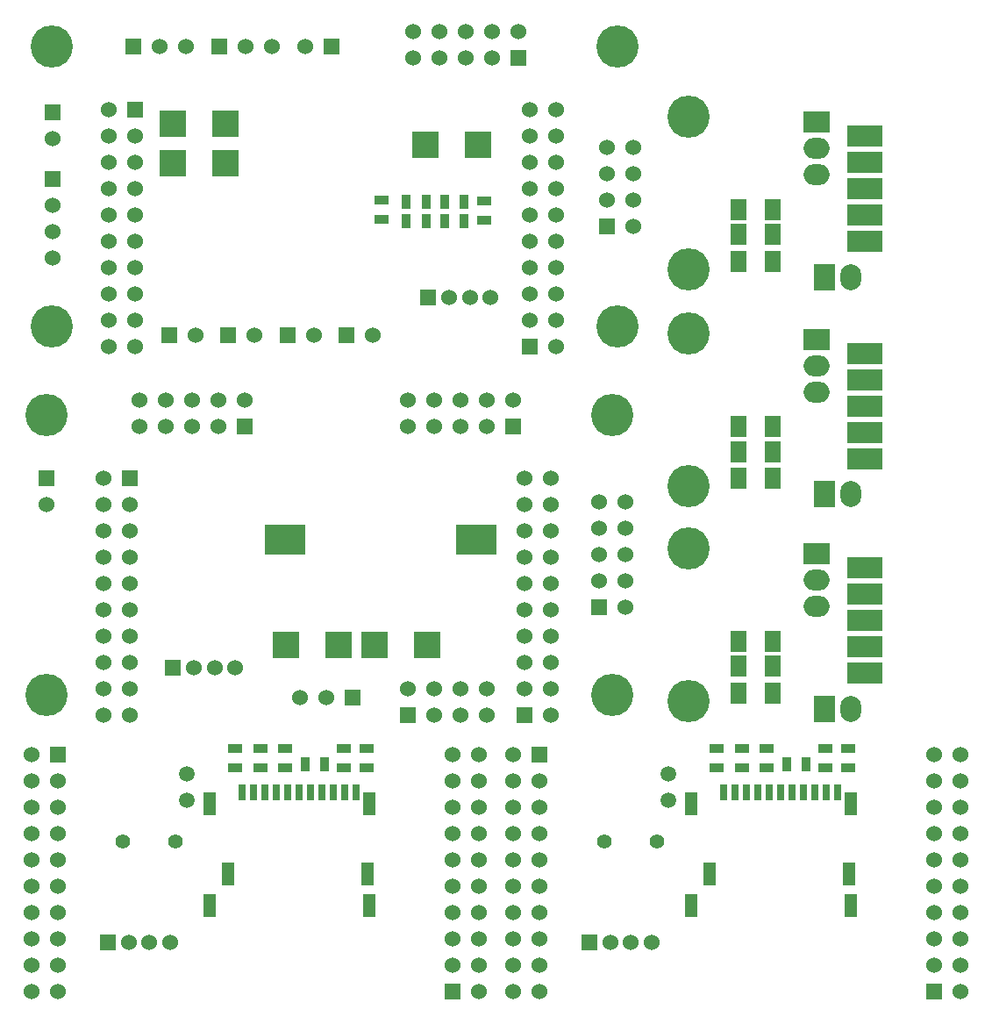
<source format=gbs>
G04 (created by PCBNEW (2013-may-18)-stable) date Вс 24 янв 2016 11:36:20*
%MOIN*%
G04 Gerber Fmt 3.4, Leading zero omitted, Abs format*
%FSLAX34Y34*%
G01*
G70*
G90*
G04 APERTURE LIST*
%ADD10C,0.00590551*%
%ADD11R,0.06X0.08*%
%ADD12R,0.0984252X0.0787402*%
%ADD13O,0.0984252X0.0787402*%
%ADD14R,0.0787402X0.0984252*%
%ADD15O,0.0787402X0.0984252*%
%ADD16C,0.16*%
%ADD17R,0.137795X0.0787402*%
%ADD18R,0.035X0.055*%
%ADD19R,0.055X0.035*%
%ADD20R,0.06X0.06*%
%ADD21C,0.06*%
%ADD22R,0.1004X0.0984*%
%ADD23R,0.15748X0.11811*%
%ADD24C,0.056*%
%ADD25C,0.0590551*%
%ADD26R,0.026X0.062*%
%ADD27R,0.046X0.086*%
G04 APERTURE END LIST*
G54D10*
G54D11*
X123722Y-48955D03*
X122422Y-48955D03*
X123722Y-49900D03*
X122422Y-49900D03*
X123722Y-50923D03*
X122422Y-50923D03*
G54D12*
X125356Y-45632D03*
G54D13*
X125356Y-46632D03*
X125356Y-47632D03*
G54D14*
X125682Y-51514D03*
G54D15*
X126682Y-51514D03*
G54D16*
X120513Y-51219D03*
X120513Y-45412D03*
G54D17*
X127215Y-48175D03*
X127215Y-49175D03*
X127215Y-50175D03*
X127215Y-47175D03*
X127215Y-46175D03*
X127215Y-46175D03*
X127215Y-47175D03*
X127215Y-48175D03*
X127215Y-49175D03*
X127215Y-50175D03*
X127215Y-40025D03*
X127215Y-41025D03*
X127215Y-42025D03*
X127215Y-39025D03*
X127215Y-38025D03*
X127215Y-38025D03*
X127215Y-39025D03*
X127215Y-40025D03*
X127215Y-41025D03*
X127215Y-42025D03*
G54D16*
X120513Y-37262D03*
X120513Y-43069D03*
G54D14*
X125682Y-43364D03*
G54D15*
X126682Y-43364D03*
G54D12*
X125356Y-37482D03*
G54D13*
X125356Y-38482D03*
X125356Y-39482D03*
G54D11*
X123722Y-42773D03*
X122422Y-42773D03*
X123722Y-41750D03*
X122422Y-41750D03*
X123722Y-40805D03*
X122422Y-40805D03*
G54D18*
X111236Y-32253D03*
X111986Y-32253D03*
X110529Y-33001D03*
X109779Y-33001D03*
X110529Y-32253D03*
X109779Y-32253D03*
X111236Y-33001D03*
X111986Y-33001D03*
G54D19*
X108835Y-32943D03*
X108835Y-32193D03*
X112733Y-32213D03*
X112733Y-32963D03*
G54D20*
X96350Y-31400D03*
G54D21*
X96350Y-32400D03*
X96350Y-33400D03*
X96350Y-34400D03*
G54D20*
X99400Y-26350D03*
G54D21*
X100400Y-26350D03*
X101400Y-26350D03*
G54D20*
X100770Y-37322D03*
G54D21*
X101770Y-37322D03*
G54D20*
X106950Y-26350D03*
G54D21*
X105950Y-26350D03*
G54D20*
X105259Y-37322D03*
G54D21*
X106259Y-37322D03*
G54D20*
X107503Y-37322D03*
G54D21*
X108503Y-37322D03*
G54D22*
X110506Y-30100D03*
X112494Y-30100D03*
X102894Y-29300D03*
X100906Y-29300D03*
G54D20*
X99487Y-28767D03*
G54D21*
X98487Y-28767D03*
X99487Y-29767D03*
X98487Y-29767D03*
X99487Y-30767D03*
X98487Y-30767D03*
X99487Y-31767D03*
X98487Y-31767D03*
X99487Y-32767D03*
X98487Y-32767D03*
X99487Y-33767D03*
X98487Y-33767D03*
X99487Y-34767D03*
X98487Y-34767D03*
X99487Y-35767D03*
X98487Y-35767D03*
X99487Y-36767D03*
X98487Y-36767D03*
X99487Y-37767D03*
X98487Y-37767D03*
G54D20*
X114487Y-37767D03*
G54D21*
X115487Y-37767D03*
X114487Y-36767D03*
X115487Y-36767D03*
X114487Y-35767D03*
X115487Y-35767D03*
X114487Y-34767D03*
X115487Y-34767D03*
X114487Y-33767D03*
X115487Y-33767D03*
X114487Y-32767D03*
X115487Y-32767D03*
X114487Y-31767D03*
X115487Y-31767D03*
X114487Y-30767D03*
X115487Y-30767D03*
X114487Y-29767D03*
X115487Y-29767D03*
X114487Y-28767D03*
X115487Y-28767D03*
G54D20*
X102675Y-26350D03*
G54D21*
X103675Y-26350D03*
X104675Y-26350D03*
G54D20*
X103020Y-37322D03*
G54D21*
X104020Y-37322D03*
G54D20*
X110618Y-35900D03*
G54D21*
X111406Y-35900D03*
X112193Y-35900D03*
X112981Y-35900D03*
G54D20*
X117400Y-33200D03*
G54D21*
X118400Y-33200D03*
X117400Y-32200D03*
X118400Y-32200D03*
X117400Y-31200D03*
X118400Y-31200D03*
X117400Y-30200D03*
X118400Y-30200D03*
G54D16*
X117800Y-26370D03*
X117800Y-37000D03*
X96300Y-37000D03*
X96300Y-26370D03*
G54D20*
X96350Y-28850D03*
G54D21*
X96350Y-29850D03*
G54D22*
X102894Y-30800D03*
X100906Y-30800D03*
G54D20*
X114050Y-26800D03*
G54D21*
X114050Y-25800D03*
X113050Y-26800D03*
X113050Y-25800D03*
X112050Y-26800D03*
X112050Y-25800D03*
X111050Y-26800D03*
X111050Y-25800D03*
X110050Y-26800D03*
X110050Y-25800D03*
G54D20*
X114287Y-51767D03*
G54D21*
X115287Y-51767D03*
X114287Y-50767D03*
X115287Y-50767D03*
X114287Y-49767D03*
X115287Y-49767D03*
X114287Y-48767D03*
X115287Y-48767D03*
X114287Y-47767D03*
X115287Y-47767D03*
X114287Y-46767D03*
X115287Y-46767D03*
X114287Y-45767D03*
X115287Y-45767D03*
X114287Y-44767D03*
X115287Y-44767D03*
X114287Y-43767D03*
X115287Y-43767D03*
X114287Y-42767D03*
X115287Y-42767D03*
G54D20*
X99287Y-42767D03*
G54D21*
X98287Y-42767D03*
X99287Y-43767D03*
X98287Y-43767D03*
X99287Y-44767D03*
X98287Y-44767D03*
X99287Y-45767D03*
X98287Y-45767D03*
X99287Y-46767D03*
X98287Y-46767D03*
X99287Y-47767D03*
X98287Y-47767D03*
X99287Y-48767D03*
X98287Y-48767D03*
X99287Y-49767D03*
X98287Y-49767D03*
X99287Y-50767D03*
X98287Y-50767D03*
X99287Y-51767D03*
X98287Y-51767D03*
G54D20*
X109850Y-51750D03*
G54D21*
X109850Y-50750D03*
X110850Y-51750D03*
X110850Y-50750D03*
X111850Y-51750D03*
X111850Y-50750D03*
X112850Y-51750D03*
X112850Y-50750D03*
G54D20*
X107750Y-51100D03*
G54D21*
X106750Y-51100D03*
X105750Y-51100D03*
G54D20*
X96100Y-42775D03*
G54D21*
X96100Y-43775D03*
G54D23*
X105159Y-45100D03*
X112443Y-45100D03*
G54D22*
X107194Y-49100D03*
X105206Y-49100D03*
X110569Y-49100D03*
X108581Y-49100D03*
G54D20*
X100918Y-49950D03*
G54D21*
X101706Y-49950D03*
X102493Y-49950D03*
X103281Y-49950D03*
G54D20*
X103650Y-40800D03*
G54D21*
X103650Y-39800D03*
X102650Y-40800D03*
X102650Y-39800D03*
X101650Y-40800D03*
X101650Y-39800D03*
X100650Y-40800D03*
X100650Y-39800D03*
X99650Y-40800D03*
X99650Y-39800D03*
G54D20*
X113850Y-40800D03*
G54D21*
X113850Y-39800D03*
X112850Y-40800D03*
X112850Y-39800D03*
X111850Y-40800D03*
X111850Y-39800D03*
X110850Y-40800D03*
X110850Y-39800D03*
X109850Y-40800D03*
X109850Y-39800D03*
G54D20*
X117100Y-47650D03*
G54D21*
X118100Y-47650D03*
X117100Y-46650D03*
X118100Y-46650D03*
X117100Y-45650D03*
X118100Y-45650D03*
X117100Y-44650D03*
X118100Y-44650D03*
X117100Y-43650D03*
X118100Y-43650D03*
G54D16*
X96100Y-51000D03*
X96100Y-40370D03*
X117600Y-40370D03*
X117600Y-51000D03*
G54D19*
X105171Y-53772D03*
X105171Y-53022D03*
X107415Y-53772D03*
X107415Y-53022D03*
X108281Y-53772D03*
X108281Y-53022D03*
X103281Y-53772D03*
X103281Y-53022D03*
X104226Y-53772D03*
X104226Y-53022D03*
G54D18*
X106687Y-53633D03*
X105937Y-53633D03*
G54D20*
X98438Y-60405D03*
G54D21*
X99226Y-60405D03*
X100013Y-60405D03*
X100801Y-60405D03*
G54D24*
X99013Y-56547D03*
X101013Y-56547D03*
G54D20*
X96537Y-53267D03*
G54D21*
X95537Y-53267D03*
X96537Y-54267D03*
X95537Y-54267D03*
X96537Y-55267D03*
X95537Y-55267D03*
X96537Y-56267D03*
X95537Y-56267D03*
X96537Y-57267D03*
X95537Y-57267D03*
X96537Y-58267D03*
X95537Y-58267D03*
X96537Y-59267D03*
X95537Y-59267D03*
X96537Y-60267D03*
X95537Y-60267D03*
X96537Y-61267D03*
X95537Y-61267D03*
X96537Y-62267D03*
X95537Y-62267D03*
G54D20*
X111537Y-62267D03*
G54D21*
X112537Y-62267D03*
X111537Y-61267D03*
X112537Y-61267D03*
X111537Y-60267D03*
X112537Y-60267D03*
X111537Y-59267D03*
X112537Y-59267D03*
X111537Y-58267D03*
X112537Y-58267D03*
X111537Y-57267D03*
X112537Y-57267D03*
X111537Y-56267D03*
X112537Y-56267D03*
X111537Y-55267D03*
X112537Y-55267D03*
X111537Y-54267D03*
X112537Y-54267D03*
X111537Y-53267D03*
X112537Y-53267D03*
G54D25*
X101431Y-54000D03*
X101431Y-55000D03*
G54D26*
X103540Y-54700D03*
X104410Y-54700D03*
X104840Y-54700D03*
X105270Y-54700D03*
X105710Y-54700D03*
X106140Y-54700D03*
X106570Y-54700D03*
X107010Y-54700D03*
X107440Y-54700D03*
X103984Y-54700D03*
G54D27*
X102990Y-57800D03*
X108290Y-57800D03*
G54D26*
X107870Y-54700D03*
G54D27*
X108360Y-58991D03*
X102317Y-58991D03*
X108360Y-55133D03*
X102317Y-55133D03*
G54D19*
X123471Y-53772D03*
X123471Y-53022D03*
X125715Y-53772D03*
X125715Y-53022D03*
X126581Y-53772D03*
X126581Y-53022D03*
X121581Y-53772D03*
X121581Y-53022D03*
X122526Y-53772D03*
X122526Y-53022D03*
G54D18*
X124987Y-53633D03*
X124237Y-53633D03*
G54D20*
X116738Y-60405D03*
G54D21*
X117526Y-60405D03*
X118313Y-60405D03*
X119101Y-60405D03*
G54D24*
X117313Y-56547D03*
X119313Y-56547D03*
G54D20*
X114837Y-53267D03*
G54D21*
X113837Y-53267D03*
X114837Y-54267D03*
X113837Y-54267D03*
X114837Y-55267D03*
X113837Y-55267D03*
X114837Y-56267D03*
X113837Y-56267D03*
X114837Y-57267D03*
X113837Y-57267D03*
X114837Y-58267D03*
X113837Y-58267D03*
X114837Y-59267D03*
X113837Y-59267D03*
X114837Y-60267D03*
X113837Y-60267D03*
X114837Y-61267D03*
X113837Y-61267D03*
X114837Y-62267D03*
X113837Y-62267D03*
G54D20*
X129837Y-62267D03*
G54D21*
X130837Y-62267D03*
X129837Y-61267D03*
X130837Y-61267D03*
X129837Y-60267D03*
X130837Y-60267D03*
X129837Y-59267D03*
X130837Y-59267D03*
X129837Y-58267D03*
X130837Y-58267D03*
X129837Y-57267D03*
X130837Y-57267D03*
X129837Y-56267D03*
X130837Y-56267D03*
X129837Y-55267D03*
X130837Y-55267D03*
X129837Y-54267D03*
X130837Y-54267D03*
X129837Y-53267D03*
X130837Y-53267D03*
G54D25*
X119731Y-54000D03*
X119731Y-55000D03*
G54D26*
X121840Y-54700D03*
X122710Y-54700D03*
X123140Y-54700D03*
X123570Y-54700D03*
X124010Y-54700D03*
X124440Y-54700D03*
X124870Y-54700D03*
X125310Y-54700D03*
X125740Y-54700D03*
X122284Y-54700D03*
G54D27*
X121290Y-57800D03*
X126590Y-57800D03*
G54D26*
X126170Y-54700D03*
G54D27*
X126660Y-58991D03*
X120617Y-58991D03*
X126660Y-55133D03*
X120617Y-55133D03*
G54D11*
X123722Y-32555D03*
X122422Y-32555D03*
X123722Y-33500D03*
X122422Y-33500D03*
X123722Y-34523D03*
X122422Y-34523D03*
G54D12*
X125356Y-29232D03*
G54D13*
X125356Y-30232D03*
X125356Y-31232D03*
G54D14*
X125682Y-35114D03*
G54D15*
X126682Y-35114D03*
G54D16*
X120513Y-34819D03*
X120513Y-29012D03*
G54D17*
X127215Y-31775D03*
X127215Y-32775D03*
X127215Y-33775D03*
X127215Y-30775D03*
X127215Y-29775D03*
X127215Y-29775D03*
X127215Y-30775D03*
X127215Y-31775D03*
X127215Y-32775D03*
X127215Y-33775D03*
M02*

</source>
